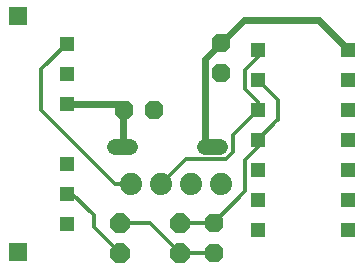
<source format=gbr>
G04 EAGLE Gerber RS-274X export*
G75*
%MOMM*%
%FSLAX34Y34*%
%LPD*%
%INTop Copper*%
%IPPOS*%
%AMOC8*
5,1,8,0,0,1.08239X$1,22.5*%
G01*
%ADD10P,1.732040X8X22.500000*%
%ADD11P,1.732040X8X112.500000*%
%ADD12P,1.732040X8X292.500000*%
%ADD13C,1.879600*%
%ADD14C,1.320800*%
%ADD15R,1.308000X1.308000*%
%ADD16R,1.508000X1.508000*%
%ADD17P,1.814519X8X202.500000*%
%ADD18C,0.609600*%
%ADD19C,0.304800*%


D10*
X107950Y139700D03*
X133350Y139700D03*
D11*
X184150Y19050D03*
X184150Y44450D03*
D12*
X190500Y196850D03*
X190500Y171450D03*
D13*
X114150Y77000D03*
X139550Y77000D03*
X164950Y77000D03*
X190350Y77000D03*
D14*
X189704Y108900D02*
X176496Y108900D01*
X113504Y108900D02*
X100296Y108900D01*
D15*
X297700Y114850D03*
X221500Y114850D03*
X297700Y140250D03*
X297700Y165650D03*
X297700Y191050D03*
X221500Y191050D03*
X221500Y165650D03*
X221500Y140250D03*
X221500Y89450D03*
X221500Y64050D03*
X221500Y38650D03*
X297700Y89450D03*
X297700Y64050D03*
X297700Y38650D03*
X60000Y145400D03*
X60000Y170800D03*
X60000Y196200D03*
X60000Y94600D03*
X60000Y69200D03*
X60000Y43800D03*
D16*
X18000Y20000D03*
X18000Y220000D03*
D17*
X155400Y19050D03*
X104600Y19050D03*
X155400Y44450D03*
X104600Y44450D03*
D18*
X176911Y183261D02*
X190500Y196850D01*
X209550Y215900D01*
X272850Y215900D02*
X297700Y191050D01*
X272850Y215900D02*
X209550Y215900D01*
X176911Y115089D02*
X183100Y108900D01*
X176911Y115089D02*
X176911Y183261D01*
D19*
X200372Y104481D02*
X194123Y98232D01*
X160782Y98232D02*
X139550Y77000D01*
X160782Y98232D02*
X194123Y98232D01*
X200372Y119122D02*
X221500Y140250D01*
X200372Y119122D02*
X200372Y104481D01*
X210896Y157427D02*
X210896Y173873D01*
X221500Y146823D02*
X221500Y140250D01*
X221500Y184477D02*
X221500Y191050D01*
X210896Y157427D02*
X221500Y146823D01*
X210896Y173873D02*
X221500Y184477D01*
X114150Y77000D02*
X100800Y77000D01*
X38100Y139700D01*
X38100Y174300D01*
X60000Y196200D01*
D18*
X106900Y138650D02*
X106900Y108900D01*
X106900Y138650D02*
X107950Y139700D01*
X102250Y145400D01*
X60000Y145400D01*
D19*
X82550Y41100D02*
X104600Y19050D01*
X82550Y41100D02*
X82550Y50800D01*
X64150Y69200D01*
X60000Y69200D01*
X104600Y44450D02*
X130000Y44450D01*
X155400Y19050D01*
X184150Y19050D01*
X184150Y44450D02*
X155400Y44450D01*
X238454Y148696D02*
X221500Y165650D01*
X238454Y148696D02*
X238454Y131269D01*
X221500Y108277D02*
X210896Y97673D01*
X210896Y71196D02*
X184150Y44450D01*
X210896Y71196D02*
X210896Y97673D01*
X221500Y114850D02*
X237919Y131269D01*
X238454Y131269D01*
X221500Y114850D02*
X221500Y108277D01*
M02*

</source>
